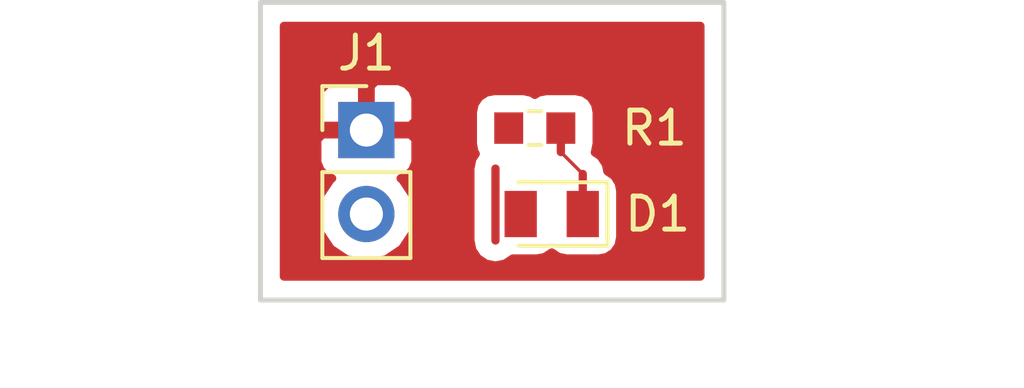
<source format=kicad_pcb>
(kicad_pcb (version 4) (host pcbnew 4.0.7)

  (general
    (links 2)
    (no_connects 1)
    (area 138.924999 101.924999 153.075001 111.075001)
    (thickness 1.6)
    (drawings 5)
    (tracks 4)
    (zones 0)
    (modules 3)
    (nets 4)
  )

  (page A4)
  (layers
    (0 F.Cu signal)
    (31 B.Cu signal)
    (32 B.Adhes user)
    (33 F.Adhes user)
    (34 B.Paste user)
    (35 F.Paste user)
    (36 B.SilkS user)
    (37 F.SilkS user)
    (38 B.Mask user)
    (39 F.Mask user)
    (40 Dwgs.User user)
    (41 Cmts.User user)
    (42 Eco1.User user)
    (43 Eco2.User user)
    (44 Edge.Cuts user)
    (45 Margin user)
    (46 B.CrtYd user)
    (47 F.CrtYd user)
    (48 B.Fab user)
    (49 F.Fab user)
  )

  (setup
    (last_trace_width 0.25)
    (trace_clearance 0.2)
    (zone_clearance 0.508)
    (zone_45_only no)
    (trace_min 0.2)
    (segment_width 0.2)
    (edge_width 0.15)
    (via_size 0.6)
    (via_drill 0.4)
    (via_min_size 0.4)
    (via_min_drill 0.3)
    (uvia_size 0.3)
    (uvia_drill 0.1)
    (uvias_allowed no)
    (uvia_min_size 0.2)
    (uvia_min_drill 0.1)
    (pcb_text_width 0.3)
    (pcb_text_size 1.5 1.5)
    (mod_edge_width 0.15)
    (mod_text_size 1 1)
    (mod_text_width 0.15)
    (pad_size 1.524 1.524)
    (pad_drill 0.762)
    (pad_to_mask_clearance 0.2)
    (aux_axis_origin 0 0)
    (visible_elements FFFFFF7F)
    (pcbplotparams
      (layerselection 0x00030_80000001)
      (usegerberextensions false)
      (excludeedgelayer true)
      (linewidth 0.050000)
      (plotframeref false)
      (viasonmask false)
      (mode 1)
      (useauxorigin false)
      (hpglpennumber 1)
      (hpglpenspeed 20)
      (hpglpendiameter 15)
      (hpglpenoverlay 2)
      (psnegative false)
      (psa4output false)
      (plotreference true)
      (plotvalue true)
      (plotinvisibletext false)
      (padsonsilk false)
      (subtractmaskfromsilk false)
      (outputformat 1)
      (mirror false)
      (drillshape 1)
      (scaleselection 1)
      (outputdirectory ""))
  )

  (net 0 "")
  (net 1 "Net-(D1-Pad1)")
  (net 2 VCC)
  (net 3 GND)

  (net_class Default "This is the default net class."
    (clearance 0.2)
    (trace_width 0.25)
    (via_dia 0.6)
    (via_drill 0.4)
    (uvia_dia 0.3)
    (uvia_drill 0.1)
    (add_net GND)
    (add_net "Net-(D1-Pad1)")
    (add_net VCC)
  )

  (module LED_SMD:LED_0805_2012Metric (layer F.Cu) (tedit 5B59AB38) (tstamp 5CA52F98)
    (at 147.8 108.4 180)
    (descr "LED SMD 0805 (2012 Metric), square (rectangular) end terminal, IPC_7351 nominal, (Body size source: https://docs.google.com/spreadsheets/d/1BsfQQcO9C6DZCsRaXUlFlo91Tg2WpOkGARC1WS5S8t0/edit?usp=sharing), generated with kicad-footprint-generator")
    (tags diode)
    (path /5CA326B7)
    (attr smd)
    (fp_text reference D1 (at -3.2 0 180) (layer F.SilkS)
      (effects (font (size 1 1) (thickness 0.15)))
    )
    (fp_text value LED (at -3.6 0 180) (layer F.Fab)
      (effects (font (size 1 1) (thickness 0.15)))
    )
    (fp_line (start 1 -0.6) (end -0.7 -0.6) (layer F.Fab) (width 0.1))
    (fp_line (start -0.7 -0.6) (end -1 -0.3) (layer F.Fab) (width 0.1))
    (fp_line (start -1 -0.3) (end -1 0.6) (layer F.Fab) (width 0.1))
    (fp_line (start -1 0.6) (end 1 0.6) (layer F.Fab) (width 0.1))
    (fp_line (start 1 0.6) (end 1 -0.6) (layer F.Fab) (width 0.1))
    (fp_line (start 1 -0.96) (end -1.685 -0.96) (layer F.SilkS) (width 0.12))
    (fp_line (start -1.685 -0.96) (end -1.685 0.96) (layer F.SilkS) (width 0.12))
    (fp_line (start -1.685 0.96) (end 1 0.96) (layer F.SilkS) (width 0.12))
    (fp_line (start -1.68 0.95) (end -1.68 -0.95) (layer F.CrtYd) (width 0.05))
    (fp_line (start -1.68 -0.95) (end 1.68 -0.95) (layer F.CrtYd) (width 0.05))
    (fp_line (start 1.68 -0.95) (end 1.68 0.95) (layer F.CrtYd) (width 0.05))
    (fp_line (start 1.68 0.95) (end -1.68 0.95) (layer F.CrtYd) (width 0.05))
    (fp_text user %R (at 0 0 180) (layer F.Fab)
      (effects (font (size 0.5 0.5) (thickness 0.08)))
    )
    (pad 1 smd rect (at -0.9375 0 180) (size 0.975 1.4) (layers F.Cu F.Paste F.Mask)
      (net 1 "Net-(D1-Pad1)"))
    (pad 2 smd rect (at 0.9375 0 180) (size 0.975 1.4) (layers F.Cu F.Paste F.Mask)
      (net 2 VCC))
    (model ${KISYS3DMOD}/LED_SMD.3dshapes/LED_0805_2012Metric.wrl
      (at (xyz 0 0 0))
      (scale (xyz 1 1 1))
      (rotate (xyz 0 0 0))
    )
  )

  (module Connector_PinHeader_2.54mm:PinHeader_1x02_P2.54mm_Vertical (layer F.Cu) (tedit 59FED5CC) (tstamp 5CA52FAE)
    (at 142.2 105.86)
    (descr "Through hole straight pin header, 1x02, 2.54mm pitch, single row")
    (tags "Through hole pin header THT 1x02 2.54mm single row")
    (path /5CA32731)
    (fp_text reference J1 (at 0 -2.33) (layer F.SilkS)
      (effects (font (size 1 1) (thickness 0.15)))
    )
    (fp_text value Conn_01x02 (at -2.4 1.04 90) (layer F.Fab)
      (effects (font (size 1 1) (thickness 0.15)))
    )
    (fp_line (start -0.635 -1.27) (end 1.27 -1.27) (layer F.Fab) (width 0.1))
    (fp_line (start 1.27 -1.27) (end 1.27 3.81) (layer F.Fab) (width 0.1))
    (fp_line (start 1.27 3.81) (end -1.27 3.81) (layer F.Fab) (width 0.1))
    (fp_line (start -1.27 3.81) (end -1.27 -0.635) (layer F.Fab) (width 0.1))
    (fp_line (start -1.27 -0.635) (end -0.635 -1.27) (layer F.Fab) (width 0.1))
    (fp_line (start -1.33 3.87) (end 1.33 3.87) (layer F.SilkS) (width 0.12))
    (fp_line (start -1.33 1.27) (end -1.33 3.87) (layer F.SilkS) (width 0.12))
    (fp_line (start 1.33 1.27) (end 1.33 3.87) (layer F.SilkS) (width 0.12))
    (fp_line (start -1.33 1.27) (end 1.33 1.27) (layer F.SilkS) (width 0.12))
    (fp_line (start -1.33 0) (end -1.33 -1.33) (layer F.SilkS) (width 0.12))
    (fp_line (start -1.33 -1.33) (end 0 -1.33) (layer F.SilkS) (width 0.12))
    (fp_line (start -1.8 -1.8) (end -1.8 4.35) (layer F.CrtYd) (width 0.05))
    (fp_line (start -1.8 4.35) (end 1.8 4.35) (layer F.CrtYd) (width 0.05))
    (fp_line (start 1.8 4.35) (end 1.8 -1.8) (layer F.CrtYd) (width 0.05))
    (fp_line (start 1.8 -1.8) (end -1.8 -1.8) (layer F.CrtYd) (width 0.05))
    (fp_text user %R (at 0 1.27 90) (layer F.Fab)
      (effects (font (size 1 1) (thickness 0.15)))
    )
    (pad 1 thru_hole rect (at 0 0) (size 1.7 1.7) (drill 1) (layers *.Cu *.Mask)
      (net 3 GND))
    (pad 2 thru_hole oval (at 0 2.54) (size 1.7 1.7) (drill 1) (layers *.Cu *.Mask)
      (net 2 VCC))
    (model ${KISYS3DMOD}/Connector_PinHeader_2.54mm.3dshapes/PinHeader_1x02_P2.54mm_Vertical.wrl
      (at (xyz 0 0 0))
      (scale (xyz 1 1 1))
      (rotate (xyz 0 0 0))
    )
  )

  (module Resistor_SMD:R_0603_1608Metric (layer F.Cu) (tedit 5B59AB37) (tstamp 5CA52FBF)
    (at 147.2875 105.8 180)
    (descr "Resistor SMD 0603 (1608 Metric), square (rectangular) end terminal, IPC_7351 nominal, (Body size source: http://www.tortai-tech.com/upload/download/2011102023233369053.pdf), generated with kicad-footprint-generator")
    (tags resistor)
    (path /5CA32696)
    (attr smd)
    (fp_text reference R1 (at -3.6125 0 180) (layer F.SilkS)
      (effects (font (size 1 1) (thickness 0.15)))
    )
    (fp_text value 330 (at -4.1125 0 180) (layer F.Fab)
      (effects (font (size 1 1) (thickness 0.15)))
    )
    (fp_line (start -0.8 0.4) (end -0.8 -0.4) (layer F.Fab) (width 0.1))
    (fp_line (start -0.8 -0.4) (end 0.8 -0.4) (layer F.Fab) (width 0.1))
    (fp_line (start 0.8 -0.4) (end 0.8 0.4) (layer F.Fab) (width 0.1))
    (fp_line (start 0.8 0.4) (end -0.8 0.4) (layer F.Fab) (width 0.1))
    (fp_line (start -0.193875 -0.51) (end 0.193875 -0.51) (layer F.SilkS) (width 0.12))
    (fp_line (start -0.193875 0.51) (end 0.193875 0.51) (layer F.SilkS) (width 0.12))
    (fp_line (start -1.48 0.73) (end -1.48 -0.73) (layer F.CrtYd) (width 0.05))
    (fp_line (start -1.48 -0.73) (end 1.48 -0.73) (layer F.CrtYd) (width 0.05))
    (fp_line (start 1.48 -0.73) (end 1.48 0.73) (layer F.CrtYd) (width 0.05))
    (fp_line (start 1.48 0.73) (end -1.48 0.73) (layer F.CrtYd) (width 0.05))
    (fp_text user %R (at 0 0 180) (layer F.Fab)
      (effects (font (size 0.4 0.4) (thickness 0.06)))
    )
    (pad 1 smd rect (at -0.7875 0 180) (size 0.875 0.95) (layers F.Cu F.Paste F.Mask)
      (net 1 "Net-(D1-Pad1)"))
    (pad 2 smd rect (at 0.7875 0 180) (size 0.875 0.95) (layers F.Cu F.Paste F.Mask))
    (model ${KISYS3DMOD}/Resistor_SMD.3dshapes/R_0603_1608Metric.wrl
      (at (xyz 0 0 0))
      (scale (xyz 1 1 1))
      (rotate (xyz 0 0 0))
    )
  )

  (gr_text "The track between R1 and D1 contains a section with a width that is too small\nThere is a random trace that is too close to pad 2 of D1\nWe expect to see 2 DRC errors" (at 146.6 112.4) (layer Dwgs.User)
    (effects (font (size 0.5 0.5) (thickness 0.1)))
  )
  (gr_line (start 139 111) (end 139 102) (layer Edge.Cuts) (width 0.15))
  (gr_line (start 153 111) (end 139 111) (layer Edge.Cuts) (width 0.15))
  (gr_line (start 153 102) (end 153 111) (layer Edge.Cuts) (width 0.15))
  (gr_line (start 139 102) (end 153 102) (layer Edge.Cuts) (width 0.15))

  (segment (start 146.1 107.025) (end 146.1 109.2) (width 0.25) (layer F.Cu) (net 0))
  (segment (start 148.075 106.525) (end 148.7375 107.1875) (width 0.1) (layer F.Cu) (net 1))
  (segment (start 148.075 105.8) (end 148.075 106.525) (width 0.25) (layer F.Cu) (net 1))
  (segment (start 148.7375 107.1875) (end 148.7375 108.4) (width 0.25) (layer F.Cu) (net 1))

  (zone (net 3) (net_name GND) (layer F.Cu) (tstamp 0) (hatch edge 0.508)
    (connect_pads (clearance 0.508))
    (min_thickness 0.254)
    (fill yes (arc_segments 16) (thermal_gap 0.508) (thermal_bridge_width 0.508))
    (polygon
      (pts
        (xy 139 102) (xy 153 102) (xy 153 111) (xy 139 111)
      )
    )
    (filled_polygon
      (pts
        (xy 152.29 110.29) (xy 139.71 110.29) (xy 139.71 108.4) (xy 140.685907 108.4) (xy 140.798946 108.968285)
        (xy 141.120853 109.450054) (xy 141.602622 109.771961) (xy 142.170907 109.885) (xy 142.229093 109.885) (xy 142.797378 109.771961)
        (xy 143.279147 109.450054) (xy 143.601054 108.968285) (xy 143.714093 108.4) (xy 143.601054 107.831715) (xy 143.279147 107.349946)
        (xy 143.235223 107.320597) (xy 143.409698 107.248327) (xy 143.588327 107.069699) (xy 143.606841 107.025) (xy 145.34 107.025)
        (xy 145.34 109.2) (xy 145.397852 109.490839) (xy 145.562599 109.737401) (xy 145.809161 109.902148) (xy 146.1 109.96)
        (xy 146.390839 109.902148) (xy 146.622377 109.74744) (xy 147.35 109.74744) (xy 147.585317 109.703162) (xy 147.801441 109.56409)
        (xy 147.80239 109.562701) (xy 147.99811 109.696431) (xy 148.25 109.74744) (xy 149.225 109.74744) (xy 149.460317 109.703162)
        (xy 149.676441 109.56409) (xy 149.821431 109.35189) (xy 149.87244 109.1) (xy 149.87244 107.7) (xy 149.828162 107.464683)
        (xy 149.68909 107.248559) (xy 149.481421 107.106665) (xy 149.439648 106.896661) (xy 149.274901 106.650099) (xy 149.103156 106.535343)
        (xy 149.108931 106.52689) (xy 149.15994 106.275) (xy 149.15994 105.325) (xy 149.115662 105.089683) (xy 148.97659 104.873559)
        (xy 148.76439 104.728569) (xy 148.5125 104.67756) (xy 147.6375 104.67756) (xy 147.402183 104.721838) (xy 147.287522 104.79562)
        (xy 147.18939 104.728569) (xy 146.9375 104.67756) (xy 146.0625 104.67756) (xy 145.827183 104.721838) (xy 145.611059 104.86091)
        (xy 145.466069 105.07311) (xy 145.41506 105.325) (xy 145.41506 106.275) (xy 145.459338 106.510317) (xy 145.50255 106.57747)
        (xy 145.397852 106.734161) (xy 145.34 107.025) (xy 143.606841 107.025) (xy 143.685 106.83631) (xy 143.685 106.14575)
        (xy 143.52625 105.987) (xy 142.327 105.987) (xy 142.327 106.007) (xy 142.073 106.007) (xy 142.073 105.987)
        (xy 140.87375 105.987) (xy 140.715 106.14575) (xy 140.715 106.83631) (xy 140.811673 107.069699) (xy 140.990302 107.248327)
        (xy 141.164777 107.320597) (xy 141.120853 107.349946) (xy 140.798946 107.831715) (xy 140.685907 108.4) (xy 139.71 108.4)
        (xy 139.71 104.88369) (xy 140.715 104.88369) (xy 140.715 105.57425) (xy 140.87375 105.733) (xy 142.073 105.733)
        (xy 142.073 104.53375) (xy 142.327 104.53375) (xy 142.327 105.733) (xy 143.52625 105.733) (xy 143.685 105.57425)
        (xy 143.685 104.88369) (xy 143.588327 104.650301) (xy 143.409698 104.471673) (xy 143.176309 104.375) (xy 142.48575 104.375)
        (xy 142.327 104.53375) (xy 142.073 104.53375) (xy 141.91425 104.375) (xy 141.223691 104.375) (xy 140.990302 104.471673)
        (xy 140.811673 104.650301) (xy 140.715 104.88369) (xy 139.71 104.88369) (xy 139.71 102.71) (xy 152.29 102.71)
      )
    )
  )
)

</source>
